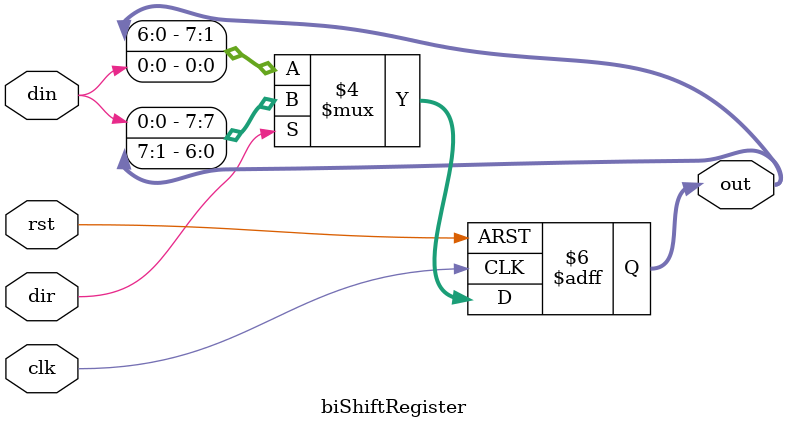
<source format=v>
/*
*	Description: Bidirectional  shift register.
*	Author: Aarón Escoboza Villegas
*/

module biShiftRegister #(parameter n = 8)
(
	input clk, 
	input rst,
	input din,
	input dir,	// 1-Right 0-Left
	output reg [n-1:0]out
);



always @(posedge clk,negedge rst)
begin
	if(!rst)
		out <= 0;
	else 
		begin 
			if (dir)
				out <= {din,out[7:1]};
			else 
				out <= {out[6:0],din};
		end
end
endmodule
</source>
